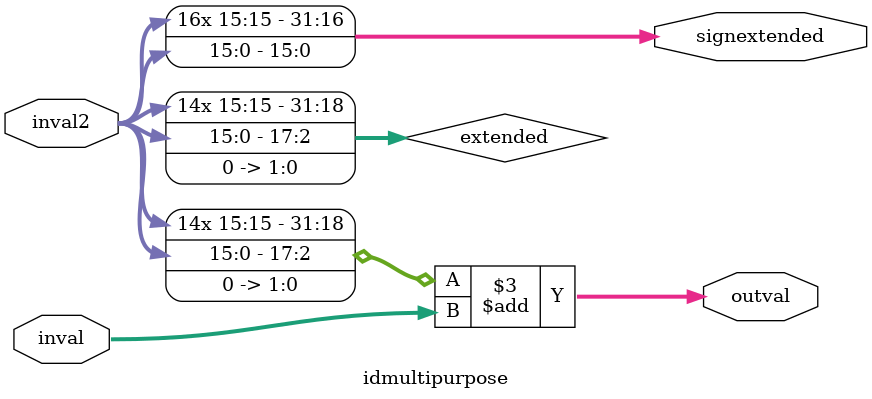
<source format=v>
module add4(input [31:0] inval, output reg [31:0] outval);
   always @(*)
     outval = inval + 4;
endmodule

module idmultipurpose(input [31:0] inval,
		      input [15:0] 	inval2, 
		      output reg [31:0] outval, 
		      output reg [31:0] signextended);
   
   reg[31:0] extended;
   initial begin
     //$monitor("idmulti: %b,%b,%b,%b,%b",inval,inval2,outval,signextended,extended);
   end
   always @(*)
   begin
   		extended = {{16{inval2[15]}}, inval2[15:0]};
   		signextended = extended;
   		extended = extended << 2;
   		outval = extended + inval;
   end
endmodule

</source>
